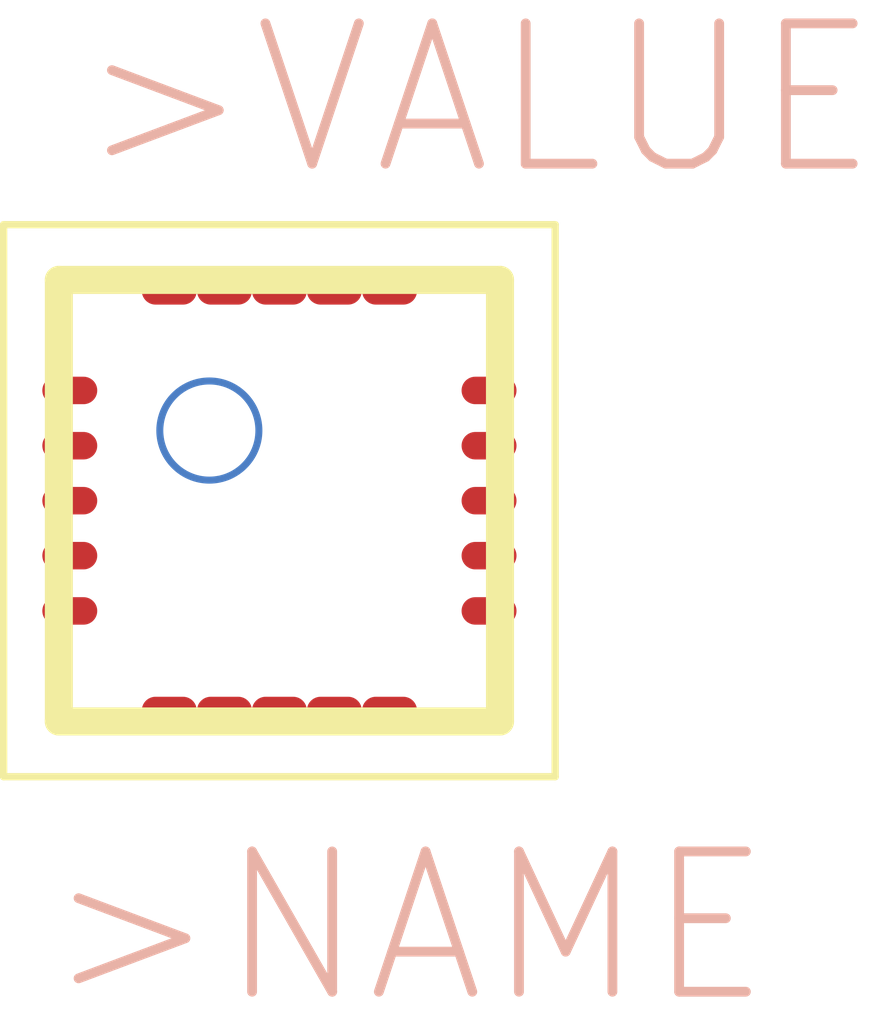
<source format=kicad_pcb>
(kicad_pcb (version 4) (host pcbnew "(2015-01-16 BZR 5376)-product")

  (general
    (links 0)
    (no_connects 0)
    (area 0 0 0 0)
    (thickness 1.6)
    (drawings 0)
    (tracks 0)
    (zones 0)
    (modules 1)
    (nets 1)
  )

  (page A4)
  (layers
    (0 F.Cu signal)
    (31 B.Cu signal)
    (32 B.Adhes user)
    (33 F.Adhes user)
    (34 B.Paste user)
    (35 F.Paste user)
    (36 B.SilkS user)
    (37 F.SilkS user)
    (38 B.Mask user)
    (39 F.Mask user)
    (40 Dwgs.User user)
    (41 Cmts.User user)
    (42 Eco1.User user)
    (43 Eco2.User user)
    (44 Edge.Cuts user)
    (45 Margin user)
    (46 B.CrtYd user)
    (47 F.CrtYd user)
    (48 B.Fab user)
    (49 F.Fab user)
  )

  (setup
    (last_trace_width 0.254)
    (trace_clearance 0.254)
    (zone_clearance 0.508)
    (zone_45_only no)
    (trace_min 0.254)
    (segment_width 0.2)
    (edge_width 0.1)
    (via_size 0.889)
    (via_drill 0.635)
    (via_min_size 0.889)
    (via_min_drill 0.508)
    (uvia_size 0.508)
    (uvia_drill 0.127)
    (uvias_allowed no)
    (uvia_min_size 0.508)
    (uvia_min_drill 0.127)
    (pcb_text_width 0.3)
    (pcb_text_size 1.5 1.5)
    (mod_edge_width 0.15)
    (mod_text_size 1 1)
    (mod_text_width 0.15)
    (pad_size 1.5 1.5)
    (pad_drill 0.6)
    (pad_to_mask_clearance 0)
    (aux_axis_origin 0 0)
    (visible_elements FFFFFF7F)
    (pcbplotparams
      (layerselection 0x00030_80000001)
      (usegerberextensions false)
      (excludeedgelayer true)
      (linewidth 0.100000)
      (plotframeref false)
      (viasonmask false)
      (mode 1)
      (useauxorigin false)
      (hpglpennumber 1)
      (hpglpenspeed 20)
      (hpglpendiameter 15)
      (hpglpenoverlay 2)
      (psnegative false)
      (psa4output false)
      (plotreference true)
      (plotvalue true)
      (plotinvisibletext false)
      (padsonsilk false)
      (subtractmaskfromsilk false)
      (outputformat 1)
      (mirror false)
      (drillshape 1)
      (scaleselection 1)
      (outputdirectory ""))
  )

  (net 0 "")

  (net_class Default "This is the default net class."
    (clearance 0.254)
    (trace_width 0.254)
    (via_dia 0.889)
    (via_drill 0.635)
    (uvia_dia 0.508)
    (uvia_drill 0.127)
  )

  (module nrf24l01-QFN20 (layer F.Cu) (tedit 200000) (tstamp 54F3ECC1)
    (at 139.7 82.55)
    (descr QFN20)
    (tags QFN20)
    (attr smd)
    (fp_text reference >NAME (at 1.17348 3.86334) (layer B.SilkS)
      (effects (font (size 1.27 1.27) (thickness 0.0889)))
    )
    (fp_text value >VALUE (at 1.80848 -3.63474) (layer B.SilkS)
      (effects (font (size 1.27 1.27) (thickness 0.0889)))
    )
    (fp_line (start -2.49936 2.49936) (end 2.49936 2.49936) (layer F.SilkS) (width 0.06604))
    (fp_line (start 2.49936 2.49936) (end 2.49936 -2.49936) (layer F.SilkS) (width 0.06604))
    (fp_line (start -2.49936 -2.49936) (end 2.49936 -2.49936) (layer F.SilkS) (width 0.06604))
    (fp_line (start -2.49936 2.49936) (end -2.49936 -2.49936) (layer F.SilkS) (width 0.06604))
    (fp_line (start -1.99898 -1.99898) (end 1.99898 -1.99898) (layer F.SilkS) (width 0.254))
    (fp_line (start 1.99898 -1.99898) (end 1.99898 1.99898) (layer F.SilkS) (width 0.254))
    (fp_line (start 1.99898 1.99898) (end -1.99898 1.99898) (layer F.SilkS) (width 0.254))
    (fp_line (start -1.99898 1.99898) (end -1.99898 -1.99898) (layer F.SilkS) (width 0.254))
    (fp_circle (center -0.635 -0.635) (end -0.9525 -0.9525) (layer B.Cu) (width 0.0635))
    (pad 1 smd oval (at -1.89992 -0.99822) (size 0.49784 0.24892) (layers F.Cu F.Paste F.Mask))
    (pad 2 smd oval (at -1.89992 -0.49784) (size 0.49784 0.24892) (layers F.Cu F.Paste F.Mask))
    (pad 3 smd oval (at -1.89992 0) (size 0.49784 0.24892) (layers F.Cu F.Paste F.Mask))
    (pad 4 smd oval (at -1.89992 0.49784) (size 0.49784 0.24892) (layers F.Cu F.Paste F.Mask))
    (pad 5 smd oval (at -1.89992 0.99822) (size 0.49784 0.24892) (layers F.Cu F.Paste F.Mask))
    (pad 6 smd oval (at -0.99822 1.89992) (size 0.49784 0.24892) (layers F.Cu F.Paste F.Mask))
    (pad 7 smd oval (at -0.49784 1.89992) (size 0.49784 0.24892) (layers F.Cu F.Paste F.Mask))
    (pad 8 smd oval (at 0 1.89992) (size 0.49784 0.24892) (layers F.Cu F.Paste F.Mask))
    (pad 9 smd oval (at 0.49784 1.89992) (size 0.49784 0.24892) (layers F.Cu F.Paste F.Mask))
    (pad 10 smd oval (at 0.99822 1.89992) (size 0.49784 0.24892) (layers F.Cu F.Paste F.Mask))
    (pad 11 smd oval (at 1.89992 0.99822) (size 0.49784 0.24892) (layers F.Cu F.Paste F.Mask))
    (pad 12 smd oval (at 1.89992 0.49784) (size 0.49784 0.24892) (layers F.Cu F.Paste F.Mask))
    (pad 13 smd oval (at 1.89992 0) (size 0.49784 0.24892) (layers F.Cu F.Paste F.Mask))
    (pad 14 smd oval (at 1.89992 -0.49784) (size 0.49784 0.24892) (layers F.Cu F.Paste F.Mask))
    (pad 15 smd oval (at 1.89992 -0.99822) (size 0.49784 0.24892) (layers F.Cu F.Paste F.Mask))
    (pad 16 smd oval (at 0.99822 -1.89992) (size 0.49784 0.24892) (layers F.Cu F.Paste F.Mask))
    (pad 17 smd oval (at 0.49784 -1.89992) (size 0.49784 0.24892) (layers F.Cu F.Paste F.Mask))
    (pad 18 smd oval (at 0 -1.89992) (size 0.49784 0.24892) (layers F.Cu F.Paste F.Mask))
    (pad 19 smd oval (at -0.49784 -1.89992) (size 0.49784 0.24892) (layers F.Cu F.Paste F.Mask))
    (pad 20 smd oval (at -0.99822 -1.89992) (size 0.49784 0.24892) (layers F.Cu F.Paste F.Mask))
  )

)

</source>
